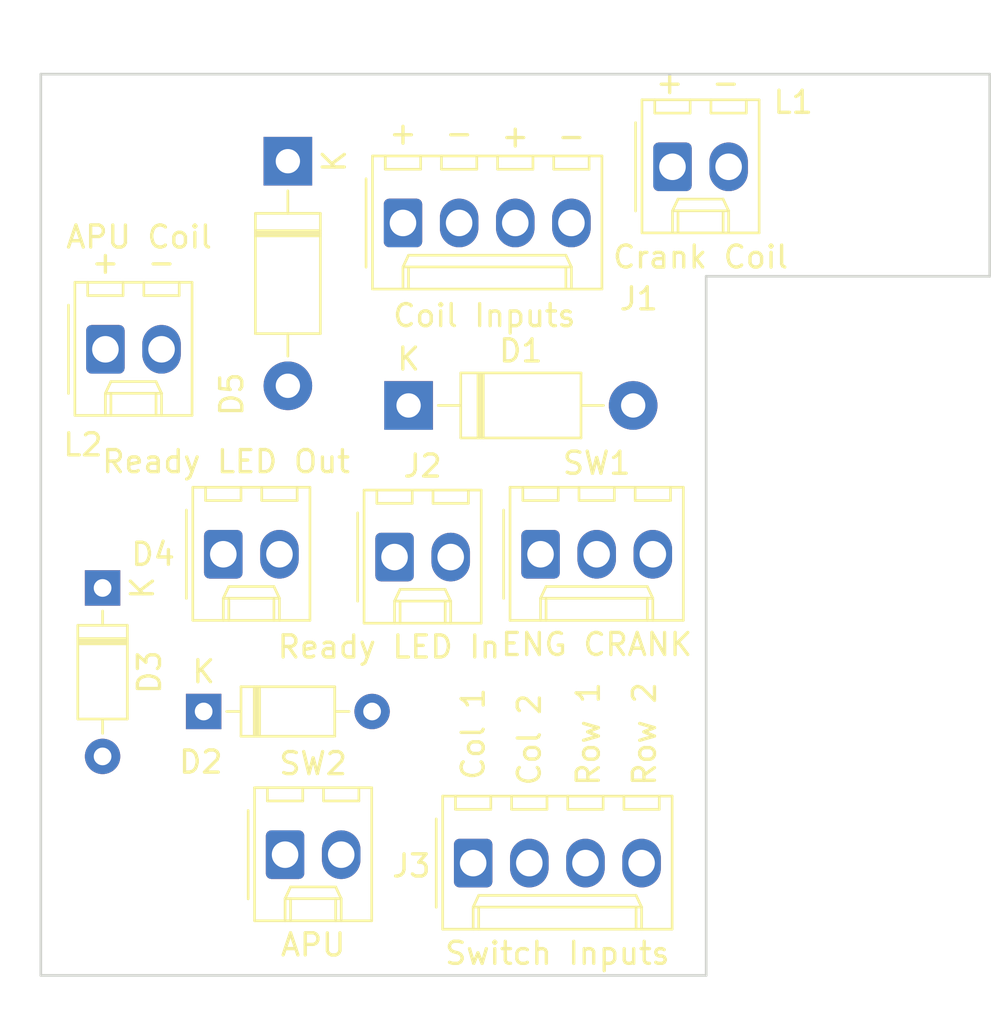
<source format=kicad_pcb>
(kicad_pcb (version 20171130) (host pcbnew "(5.1.5-0-10_14)")

  (general
    (thickness 1.6)
    (drawings 18)
    (tracks 0)
    (zones 0)
    (modules 15)
    (nets 13)
  )

  (page A4)
  (layers
    (0 F.Cu signal)
    (31 B.Cu signal)
    (32 B.Adhes user)
    (33 F.Adhes user)
    (34 B.Paste user)
    (35 F.Paste user)
    (36 B.SilkS user)
    (37 F.SilkS user)
    (38 B.Mask user)
    (39 F.Mask user)
    (40 Dwgs.User user)
    (41 Cmts.User user)
    (42 Eco1.User user)
    (43 Eco2.User user)
    (44 Edge.Cuts user)
    (45 Margin user)
    (46 B.CrtYd user)
    (47 F.CrtYd user)
    (48 B.Fab user)
    (49 F.Fab user)
  )

  (setup
    (last_trace_width 0.25)
    (trace_clearance 0.2)
    (zone_clearance 0.508)
    (zone_45_only no)
    (trace_min 0.2)
    (via_size 0.8)
    (via_drill 0.4)
    (via_min_size 0.4)
    (via_min_drill 0.3)
    (uvia_size 0.3)
    (uvia_drill 0.1)
    (uvias_allowed no)
    (uvia_min_size 0.2)
    (uvia_min_drill 0.1)
    (edge_width 0.05)
    (segment_width 0.2)
    (pcb_text_width 0.3)
    (pcb_text_size 1.5 1.5)
    (mod_edge_width 0.12)
    (mod_text_size 1 1)
    (mod_text_width 0.15)
    (pad_size 1.524 1.524)
    (pad_drill 0.762)
    (pad_to_mask_clearance 0.051)
    (solder_mask_min_width 0.25)
    (aux_axis_origin 0 0)
    (visible_elements FFFFFF7F)
    (pcbplotparams
      (layerselection 0x010fc_ffffffff)
      (usegerberextensions false)
      (usegerberattributes false)
      (usegerberadvancedattributes false)
      (creategerberjobfile false)
      (excludeedgelayer true)
      (linewidth 0.100000)
      (plotframeref false)
      (viasonmask false)
      (mode 1)
      (useauxorigin false)
      (hpglpennumber 1)
      (hpglpenspeed 20)
      (hpglpendiameter 15.000000)
      (psnegative false)
      (psa4output false)
      (plotreference true)
      (plotvalue true)
      (plotinvisibletext false)
      (padsonsilk false)
      (subtractmaskfromsilk false)
      (outputformat 1)
      (mirror false)
      (drillshape 0)
      (scaleselection 1)
      (outputdirectory ""))
  )

  (net 0 "")
  (net 1 "Net-(D1-Pad2)")
  (net 2 "Net-(D1-Pad1)")
  (net 3 /Col1)
  (net 4 "Net-(D2-Pad1)")
  (net 5 /Col2)
  (net 6 "Net-(D3-Pad1)")
  (net 7 "Net-(D4-Pad2)")
  (net 8 "Net-(D4-Pad1)")
  (net 9 "Net-(D5-Pad2)")
  (net 10 "Net-(D5-Pad1)")
  (net 11 /Row2)
  (net 12 /Row1)

  (net_class Default "This is the default net class."
    (clearance 0.2)
    (trace_width 0.25)
    (via_dia 0.8)
    (via_drill 0.4)
    (uvia_dia 0.3)
    (uvia_drill 0.1)
    (add_net /Col1)
    (add_net /Col2)
    (add_net /Row1)
    (add_net /Row2)
    (add_net "Net-(D1-Pad1)")
    (add_net "Net-(D1-Pad2)")
    (add_net "Net-(D2-Pad1)")
    (add_net "Net-(D3-Pad1)")
    (add_net "Net-(D4-Pad1)")
    (add_net "Net-(D4-Pad2)")
    (add_net "Net-(D5-Pad1)")
    (add_net "Net-(D5-Pad2)")
  )

  (module PT_Library_v001:Molex_1x02_P2.54mm_Vertical (layer F.Cu) (tedit 5B78013E) (tstamp 604926BA)
    (at 149.225 79.375)
    (descr "Molex KK-254 Interconnect System, old/engineering part number: AE-6410-02A example for new part number: 22-27-2021, 2 Pins (http://www.molex.com/pdm_docs/sd/022272021_sd.pdf), generated with kicad-footprint-generator")
    (tags "connector Molex KK-254 side entry")
    (path /5FC61E34)
    (fp_text reference SW2 (at 1.27 -4.12) (layer F.SilkS)
      (effects (font (size 1 1) (thickness 0.15)))
    )
    (fp_text value APU (at 1.27 4.08) (layer F.SilkS)
      (effects (font (size 1 1) (thickness 0.15)))
    )
    (fp_text user %R (at 1.27 -2.22) (layer F.Fab)
      (effects (font (size 1 1) (thickness 0.15)))
    )
    (fp_line (start 4.31 -3.42) (end -1.77 -3.42) (layer F.CrtYd) (width 0.05))
    (fp_line (start 4.31 3.38) (end 4.31 -3.42) (layer F.CrtYd) (width 0.05))
    (fp_line (start -1.77 3.38) (end 4.31 3.38) (layer F.CrtYd) (width 0.05))
    (fp_line (start -1.77 -3.42) (end -1.77 3.38) (layer F.CrtYd) (width 0.05))
    (fp_line (start 3.34 -2.43) (end 3.34 -3.03) (layer F.SilkS) (width 0.12))
    (fp_line (start 1.74 -2.43) (end 3.34 -2.43) (layer F.SilkS) (width 0.12))
    (fp_line (start 1.74 -3.03) (end 1.74 -2.43) (layer F.SilkS) (width 0.12))
    (fp_line (start 0.8 -2.43) (end 0.8 -3.03) (layer F.SilkS) (width 0.12))
    (fp_line (start -0.8 -2.43) (end 0.8 -2.43) (layer F.SilkS) (width 0.12))
    (fp_line (start -0.8 -3.03) (end -0.8 -2.43) (layer F.SilkS) (width 0.12))
    (fp_line (start 2.29 2.99) (end 2.29 1.99) (layer F.SilkS) (width 0.12))
    (fp_line (start 0.25 2.99) (end 0.25 1.99) (layer F.SilkS) (width 0.12))
    (fp_line (start 2.29 1.46) (end 2.54 1.99) (layer F.SilkS) (width 0.12))
    (fp_line (start 0.25 1.46) (end 2.29 1.46) (layer F.SilkS) (width 0.12))
    (fp_line (start 0 1.99) (end 0.25 1.46) (layer F.SilkS) (width 0.12))
    (fp_line (start 2.54 1.99) (end 2.54 2.99) (layer F.SilkS) (width 0.12))
    (fp_line (start 0 1.99) (end 2.54 1.99) (layer F.SilkS) (width 0.12))
    (fp_line (start 0 2.99) (end 0 1.99) (layer F.SilkS) (width 0.12))
    (fp_line (start -0.562893 0) (end -1.27 0.5) (layer F.Fab) (width 0.1))
    (fp_line (start -1.27 -0.5) (end -0.562893 0) (layer F.Fab) (width 0.1))
    (fp_line (start -1.67 -2) (end -1.67 2) (layer F.SilkS) (width 0.12))
    (fp_line (start 3.92 -3.03) (end -1.38 -3.03) (layer F.SilkS) (width 0.12))
    (fp_line (start 3.92 2.99) (end 3.92 -3.03) (layer F.SilkS) (width 0.12))
    (fp_line (start -1.38 2.99) (end 3.92 2.99) (layer F.SilkS) (width 0.12))
    (fp_line (start -1.38 -3.03) (end -1.38 2.99) (layer F.SilkS) (width 0.12))
    (fp_line (start 3.81 -2.92) (end -1.27 -2.92) (layer F.Fab) (width 0.1))
    (fp_line (start 3.81 2.88) (end 3.81 -2.92) (layer F.Fab) (width 0.1))
    (fp_line (start -1.27 2.88) (end 3.81 2.88) (layer F.Fab) (width 0.1))
    (fp_line (start -1.27 -2.92) (end -1.27 2.88) (layer F.Fab) (width 0.1))
    (pad 2 thru_hole oval (at 2.54 0) (size 1.74 2.2) (drill 1.2) (layers *.Cu *.Mask)
      (net 12 /Row1))
    (pad 1 thru_hole roundrect (at 0 0) (size 1.74 2.2) (drill 1.2) (layers *.Cu *.Mask) (roundrect_rratio 0.143678)
      (net 6 "Net-(D3-Pad1)"))
    (model ${KISYS3DMOD}/Connector_Molex.3dshapes/Molex_KK-254_AE-6410-02A_1x02_P2.54mm_Vertical.wrl
      (at (xyz 0 0 0))
      (scale (xyz 1 1 1))
      (rotate (xyz 0 0 0))
    )
  )

  (module PT_Library_v001:Molex_1x03_P2.54mm_Vertical (layer F.Cu) (tedit 5B78013E) (tstamp 60495CA6)
    (at 160.782 65.786)
    (descr "Molex KK-254 Interconnect System, old/engineering part number: AE-6410-03A example for new part number: 22-27-2031, 3 Pins (http://www.molex.com/pdm_docs/sd/022272021_sd.pdf), generated with kicad-footprint-generator")
    (tags "connector Molex KK-254 side entry")
    (path /5FC1E955)
    (fp_text reference SW1 (at 2.54 -4.12) (layer F.SilkS)
      (effects (font (size 1 1) (thickness 0.15)))
    )
    (fp_text value "ENG CRANK" (at 2.54 4.08) (layer F.SilkS)
      (effects (font (size 1 1) (thickness 0.15)))
    )
    (fp_text user %R (at 2.54 -2.22) (layer F.Fab)
      (effects (font (size 1 1) (thickness 0.15)))
    )
    (fp_line (start 6.85 -3.42) (end -1.77 -3.42) (layer F.CrtYd) (width 0.05))
    (fp_line (start 6.85 3.38) (end 6.85 -3.42) (layer F.CrtYd) (width 0.05))
    (fp_line (start -1.77 3.38) (end 6.85 3.38) (layer F.CrtYd) (width 0.05))
    (fp_line (start -1.77 -3.42) (end -1.77 3.38) (layer F.CrtYd) (width 0.05))
    (fp_line (start 5.88 -2.43) (end 5.88 -3.03) (layer F.SilkS) (width 0.12))
    (fp_line (start 4.28 -2.43) (end 5.88 -2.43) (layer F.SilkS) (width 0.12))
    (fp_line (start 4.28 -3.03) (end 4.28 -2.43) (layer F.SilkS) (width 0.12))
    (fp_line (start 3.34 -2.43) (end 3.34 -3.03) (layer F.SilkS) (width 0.12))
    (fp_line (start 1.74 -2.43) (end 3.34 -2.43) (layer F.SilkS) (width 0.12))
    (fp_line (start 1.74 -3.03) (end 1.74 -2.43) (layer F.SilkS) (width 0.12))
    (fp_line (start 0.8 -2.43) (end 0.8 -3.03) (layer F.SilkS) (width 0.12))
    (fp_line (start -0.8 -2.43) (end 0.8 -2.43) (layer F.SilkS) (width 0.12))
    (fp_line (start -0.8 -3.03) (end -0.8 -2.43) (layer F.SilkS) (width 0.12))
    (fp_line (start 4.83 2.99) (end 4.83 1.99) (layer F.SilkS) (width 0.12))
    (fp_line (start 0.25 2.99) (end 0.25 1.99) (layer F.SilkS) (width 0.12))
    (fp_line (start 4.83 1.46) (end 5.08 1.99) (layer F.SilkS) (width 0.12))
    (fp_line (start 0.25 1.46) (end 4.83 1.46) (layer F.SilkS) (width 0.12))
    (fp_line (start 0 1.99) (end 0.25 1.46) (layer F.SilkS) (width 0.12))
    (fp_line (start 5.08 1.99) (end 5.08 2.99) (layer F.SilkS) (width 0.12))
    (fp_line (start 0 1.99) (end 5.08 1.99) (layer F.SilkS) (width 0.12))
    (fp_line (start 0 2.99) (end 0 1.99) (layer F.SilkS) (width 0.12))
    (fp_line (start -0.562893 0) (end -1.27 0.5) (layer F.Fab) (width 0.1))
    (fp_line (start -1.27 -0.5) (end -0.562893 0) (layer F.Fab) (width 0.1))
    (fp_line (start -1.67 -2) (end -1.67 2) (layer F.SilkS) (width 0.12))
    (fp_line (start 6.46 -3.03) (end -1.38 -3.03) (layer F.SilkS) (width 0.12))
    (fp_line (start 6.46 2.99) (end 6.46 -3.03) (layer F.SilkS) (width 0.12))
    (fp_line (start -1.38 2.99) (end 6.46 2.99) (layer F.SilkS) (width 0.12))
    (fp_line (start -1.38 -3.03) (end -1.38 2.99) (layer F.SilkS) (width 0.12))
    (fp_line (start 6.35 -2.92) (end -1.27 -2.92) (layer F.Fab) (width 0.1))
    (fp_line (start 6.35 2.88) (end 6.35 -2.92) (layer F.Fab) (width 0.1))
    (fp_line (start -1.27 2.88) (end 6.35 2.88) (layer F.Fab) (width 0.1))
    (fp_line (start -1.27 -2.92) (end -1.27 2.88) (layer F.Fab) (width 0.1))
    (pad 3 thru_hole oval (at 5.08 0) (size 1.74 2.2) (drill 1.2) (layers *.Cu *.Mask)
      (net 11 /Row2))
    (pad 2 thru_hole oval (at 2.54 0) (size 1.74 2.2) (drill 1.2) (layers *.Cu *.Mask)
      (net 4 "Net-(D2-Pad1)"))
    (pad 1 thru_hole roundrect (at 0 0) (size 1.74 2.2) (drill 1.2) (layers *.Cu *.Mask) (roundrect_rratio 0.143678)
      (net 12 /Row1))
    (model ${KISYS3DMOD}/Connector_Molex.3dshapes/Molex_KK-254_AE-6410-03A_1x03_P2.54mm_Vertical.wrl
      (at (xyz 0 0 0))
      (scale (xyz 1 1 1))
      (rotate (xyz 0 0 0))
    )
  )

  (module PT_Library_v001:Molex_1x02_P2.54mm_Vertical (layer F.Cu) (tedit 5B78013E) (tstamp 6049266E)
    (at 141.097 56.515)
    (descr "Molex KK-254 Interconnect System, old/engineering part number: AE-6410-02A example for new part number: 22-27-2021, 2 Pins (http://www.molex.com/pdm_docs/sd/022272021_sd.pdf), generated with kicad-footprint-generator")
    (tags "connector Molex KK-254 side entry")
    (path /5FCA743C)
    (fp_text reference L2 (at -1.016 4.318) (layer F.SilkS)
      (effects (font (size 1 1) (thickness 0.15)))
    )
    (fp_text value "APU Coil" (at 1.524 -5.08) (layer F.SilkS)
      (effects (font (size 1 1) (thickness 0.15)))
    )
    (fp_text user %R (at 1.27 -2.22) (layer F.Fab)
      (effects (font (size 1 1) (thickness 0.15)))
    )
    (fp_line (start 4.31 -3.42) (end -1.77 -3.42) (layer F.CrtYd) (width 0.05))
    (fp_line (start 4.31 3.38) (end 4.31 -3.42) (layer F.CrtYd) (width 0.05))
    (fp_line (start -1.77 3.38) (end 4.31 3.38) (layer F.CrtYd) (width 0.05))
    (fp_line (start -1.77 -3.42) (end -1.77 3.38) (layer F.CrtYd) (width 0.05))
    (fp_line (start 3.34 -2.43) (end 3.34 -3.03) (layer F.SilkS) (width 0.12))
    (fp_line (start 1.74 -2.43) (end 3.34 -2.43) (layer F.SilkS) (width 0.12))
    (fp_line (start 1.74 -3.03) (end 1.74 -2.43) (layer F.SilkS) (width 0.12))
    (fp_line (start 0.8 -2.43) (end 0.8 -3.03) (layer F.SilkS) (width 0.12))
    (fp_line (start -0.8 -2.43) (end 0.8 -2.43) (layer F.SilkS) (width 0.12))
    (fp_line (start -0.8 -3.03) (end -0.8 -2.43) (layer F.SilkS) (width 0.12))
    (fp_line (start 2.29 2.99) (end 2.29 1.99) (layer F.SilkS) (width 0.12))
    (fp_line (start 0.25 2.99) (end 0.25 1.99) (layer F.SilkS) (width 0.12))
    (fp_line (start 2.29 1.46) (end 2.54 1.99) (layer F.SilkS) (width 0.12))
    (fp_line (start 0.25 1.46) (end 2.29 1.46) (layer F.SilkS) (width 0.12))
    (fp_line (start 0 1.99) (end 0.25 1.46) (layer F.SilkS) (width 0.12))
    (fp_line (start 2.54 1.99) (end 2.54 2.99) (layer F.SilkS) (width 0.12))
    (fp_line (start 0 1.99) (end 2.54 1.99) (layer F.SilkS) (width 0.12))
    (fp_line (start 0 2.99) (end 0 1.99) (layer F.SilkS) (width 0.12))
    (fp_line (start -0.562893 0) (end -1.27 0.5) (layer F.Fab) (width 0.1))
    (fp_line (start -1.27 -0.5) (end -0.562893 0) (layer F.Fab) (width 0.1))
    (fp_line (start -1.67 -2) (end -1.67 2) (layer F.SilkS) (width 0.12))
    (fp_line (start 3.92 -3.03) (end -1.38 -3.03) (layer F.SilkS) (width 0.12))
    (fp_line (start 3.92 2.99) (end 3.92 -3.03) (layer F.SilkS) (width 0.12))
    (fp_line (start -1.38 2.99) (end 3.92 2.99) (layer F.SilkS) (width 0.12))
    (fp_line (start -1.38 -3.03) (end -1.38 2.99) (layer F.SilkS) (width 0.12))
    (fp_line (start 3.81 -2.92) (end -1.27 -2.92) (layer F.Fab) (width 0.1))
    (fp_line (start 3.81 2.88) (end 3.81 -2.92) (layer F.Fab) (width 0.1))
    (fp_line (start -1.27 2.88) (end 3.81 2.88) (layer F.Fab) (width 0.1))
    (fp_line (start -1.27 -2.92) (end -1.27 2.88) (layer F.Fab) (width 0.1))
    (pad 2 thru_hole oval (at 2.54 0) (size 1.74 2.2) (drill 1.2) (layers *.Cu *.Mask)
      (net 9 "Net-(D5-Pad2)"))
    (pad 1 thru_hole roundrect (at 0 0) (size 1.74 2.2) (drill 1.2) (layers *.Cu *.Mask) (roundrect_rratio 0.143678)
      (net 10 "Net-(D5-Pad1)"))
    (model ${KISYS3DMOD}/Connector_Molex.3dshapes/Molex_KK-254_AE-6410-02A_1x02_P2.54mm_Vertical.wrl
      (at (xyz 0 0 0))
      (scale (xyz 1 1 1))
      (rotate (xyz 0 0 0))
    )
  )

  (module PT_Library_v001:Molex_1x02_P2.54mm_Vertical (layer F.Cu) (tedit 5B78013E) (tstamp 6049264A)
    (at 166.751 48.26)
    (descr "Molex KK-254 Interconnect System, old/engineering part number: AE-6410-02A example for new part number: 22-27-2021, 2 Pins (http://www.molex.com/pdm_docs/sd/022272021_sd.pdf), generated with kicad-footprint-generator")
    (tags "connector Molex KK-254 side entry")
    (path /5FCAC0F9)
    (fp_text reference L1 (at 5.461 -2.921) (layer F.SilkS)
      (effects (font (size 1 1) (thickness 0.15)))
    )
    (fp_text value "Crank Coil" (at 1.27 4.08) (layer F.SilkS)
      (effects (font (size 1 1) (thickness 0.15)))
    )
    (fp_text user %R (at 1.27 -2.22) (layer F.Fab)
      (effects (font (size 1 1) (thickness 0.15)))
    )
    (fp_line (start 4.31 -3.42) (end -1.77 -3.42) (layer F.CrtYd) (width 0.05))
    (fp_line (start 4.31 3.38) (end 4.31 -3.42) (layer F.CrtYd) (width 0.05))
    (fp_line (start -1.77 3.38) (end 4.31 3.38) (layer F.CrtYd) (width 0.05))
    (fp_line (start -1.77 -3.42) (end -1.77 3.38) (layer F.CrtYd) (width 0.05))
    (fp_line (start 3.34 -2.43) (end 3.34 -3.03) (layer F.SilkS) (width 0.12))
    (fp_line (start 1.74 -2.43) (end 3.34 -2.43) (layer F.SilkS) (width 0.12))
    (fp_line (start 1.74 -3.03) (end 1.74 -2.43) (layer F.SilkS) (width 0.12))
    (fp_line (start 0.8 -2.43) (end 0.8 -3.03) (layer F.SilkS) (width 0.12))
    (fp_line (start -0.8 -2.43) (end 0.8 -2.43) (layer F.SilkS) (width 0.12))
    (fp_line (start -0.8 -3.03) (end -0.8 -2.43) (layer F.SilkS) (width 0.12))
    (fp_line (start 2.29 2.99) (end 2.29 1.99) (layer F.SilkS) (width 0.12))
    (fp_line (start 0.25 2.99) (end 0.25 1.99) (layer F.SilkS) (width 0.12))
    (fp_line (start 2.29 1.46) (end 2.54 1.99) (layer F.SilkS) (width 0.12))
    (fp_line (start 0.25 1.46) (end 2.29 1.46) (layer F.SilkS) (width 0.12))
    (fp_line (start 0 1.99) (end 0.25 1.46) (layer F.SilkS) (width 0.12))
    (fp_line (start 2.54 1.99) (end 2.54 2.99) (layer F.SilkS) (width 0.12))
    (fp_line (start 0 1.99) (end 2.54 1.99) (layer F.SilkS) (width 0.12))
    (fp_line (start 0 2.99) (end 0 1.99) (layer F.SilkS) (width 0.12))
    (fp_line (start -0.562893 0) (end -1.27 0.5) (layer F.Fab) (width 0.1))
    (fp_line (start -1.27 -0.5) (end -0.562893 0) (layer F.Fab) (width 0.1))
    (fp_line (start -1.67 -2) (end -1.67 2) (layer F.SilkS) (width 0.12))
    (fp_line (start 3.92 -3.03) (end -1.38 -3.03) (layer F.SilkS) (width 0.12))
    (fp_line (start 3.92 2.99) (end 3.92 -3.03) (layer F.SilkS) (width 0.12))
    (fp_line (start -1.38 2.99) (end 3.92 2.99) (layer F.SilkS) (width 0.12))
    (fp_line (start -1.38 -3.03) (end -1.38 2.99) (layer F.SilkS) (width 0.12))
    (fp_line (start 3.81 -2.92) (end -1.27 -2.92) (layer F.Fab) (width 0.1))
    (fp_line (start 3.81 2.88) (end 3.81 -2.92) (layer F.Fab) (width 0.1))
    (fp_line (start -1.27 2.88) (end 3.81 2.88) (layer F.Fab) (width 0.1))
    (fp_line (start -1.27 -2.92) (end -1.27 2.88) (layer F.Fab) (width 0.1))
    (pad 2 thru_hole oval (at 2.54 0) (size 1.74 2.2) (drill 1.2) (layers *.Cu *.Mask)
      (net 1 "Net-(D1-Pad2)"))
    (pad 1 thru_hole roundrect (at 0 0) (size 1.74 2.2) (drill 1.2) (layers *.Cu *.Mask) (roundrect_rratio 0.143678)
      (net 2 "Net-(D1-Pad1)"))
    (model ${KISYS3DMOD}/Connector_Molex.3dshapes/Molex_KK-254_AE-6410-02A_1x02_P2.54mm_Vertical.wrl
      (at (xyz 0 0 0))
      (scale (xyz 1 1 1))
      (rotate (xyz 0 0 0))
    )
  )

  (module PT_Library_v001:Molex_1x04_P2.54mm_Vertical (layer F.Cu) (tedit 5B78013E) (tstamp 60492626)
    (at 157.734 79.756)
    (descr "Molex KK-254 Interconnect System, old/engineering part number: AE-6410-04A example for new part number: 22-27-2041, 4 Pins (http://www.molex.com/pdm_docs/sd/022272021_sd.pdf), generated with kicad-footprint-generator")
    (tags "connector Molex KK-254 side entry")
    (path /5FC98150)
    (fp_text reference J3 (at -2.794 0.127) (layer F.SilkS)
      (effects (font (size 1 1) (thickness 0.15)))
    )
    (fp_text value "Switch Inputs" (at 3.81 4.08) (layer F.SilkS)
      (effects (font (size 1 1) (thickness 0.15)))
    )
    (fp_text user %R (at 3.81 -2.22) (layer F.Fab)
      (effects (font (size 1 1) (thickness 0.15)))
    )
    (fp_line (start 9.39 -3.42) (end -1.77 -3.42) (layer F.CrtYd) (width 0.05))
    (fp_line (start 9.39 3.38) (end 9.39 -3.42) (layer F.CrtYd) (width 0.05))
    (fp_line (start -1.77 3.38) (end 9.39 3.38) (layer F.CrtYd) (width 0.05))
    (fp_line (start -1.77 -3.42) (end -1.77 3.38) (layer F.CrtYd) (width 0.05))
    (fp_line (start 8.42 -2.43) (end 8.42 -3.03) (layer F.SilkS) (width 0.12))
    (fp_line (start 6.82 -2.43) (end 8.42 -2.43) (layer F.SilkS) (width 0.12))
    (fp_line (start 6.82 -3.03) (end 6.82 -2.43) (layer F.SilkS) (width 0.12))
    (fp_line (start 5.88 -2.43) (end 5.88 -3.03) (layer F.SilkS) (width 0.12))
    (fp_line (start 4.28 -2.43) (end 5.88 -2.43) (layer F.SilkS) (width 0.12))
    (fp_line (start 4.28 -3.03) (end 4.28 -2.43) (layer F.SilkS) (width 0.12))
    (fp_line (start 3.34 -2.43) (end 3.34 -3.03) (layer F.SilkS) (width 0.12))
    (fp_line (start 1.74 -2.43) (end 3.34 -2.43) (layer F.SilkS) (width 0.12))
    (fp_line (start 1.74 -3.03) (end 1.74 -2.43) (layer F.SilkS) (width 0.12))
    (fp_line (start 0.8 -2.43) (end 0.8 -3.03) (layer F.SilkS) (width 0.12))
    (fp_line (start -0.8 -2.43) (end 0.8 -2.43) (layer F.SilkS) (width 0.12))
    (fp_line (start -0.8 -3.03) (end -0.8 -2.43) (layer F.SilkS) (width 0.12))
    (fp_line (start 7.37 2.99) (end 7.37 1.99) (layer F.SilkS) (width 0.12))
    (fp_line (start 0.25 2.99) (end 0.25 1.99) (layer F.SilkS) (width 0.12))
    (fp_line (start 7.37 1.46) (end 7.62 1.99) (layer F.SilkS) (width 0.12))
    (fp_line (start 0.25 1.46) (end 7.37 1.46) (layer F.SilkS) (width 0.12))
    (fp_line (start 0 1.99) (end 0.25 1.46) (layer F.SilkS) (width 0.12))
    (fp_line (start 7.62 1.99) (end 7.62 2.99) (layer F.SilkS) (width 0.12))
    (fp_line (start 0 1.99) (end 7.62 1.99) (layer F.SilkS) (width 0.12))
    (fp_line (start 0 2.99) (end 0 1.99) (layer F.SilkS) (width 0.12))
    (fp_line (start -0.562893 0) (end -1.27 0.5) (layer F.Fab) (width 0.1))
    (fp_line (start -1.27 -0.5) (end -0.562893 0) (layer F.Fab) (width 0.1))
    (fp_line (start -1.67 -2) (end -1.67 2) (layer F.SilkS) (width 0.12))
    (fp_line (start 9 -3.03) (end -1.38 -3.03) (layer F.SilkS) (width 0.12))
    (fp_line (start 9 2.99) (end 9 -3.03) (layer F.SilkS) (width 0.12))
    (fp_line (start -1.38 2.99) (end 9 2.99) (layer F.SilkS) (width 0.12))
    (fp_line (start -1.38 -3.03) (end -1.38 2.99) (layer F.SilkS) (width 0.12))
    (fp_line (start 8.89 -2.92) (end -1.27 -2.92) (layer F.Fab) (width 0.1))
    (fp_line (start 8.89 2.88) (end 8.89 -2.92) (layer F.Fab) (width 0.1))
    (fp_line (start -1.27 2.88) (end 8.89 2.88) (layer F.Fab) (width 0.1))
    (fp_line (start -1.27 -2.92) (end -1.27 2.88) (layer F.Fab) (width 0.1))
    (pad 4 thru_hole oval (at 7.62 0) (size 1.74 2.2) (drill 1.2) (layers *.Cu *.Mask)
      (net 11 /Row2))
    (pad 3 thru_hole oval (at 5.08 0) (size 1.74 2.2) (drill 1.2) (layers *.Cu *.Mask)
      (net 12 /Row1))
    (pad 2 thru_hole oval (at 2.54 0) (size 1.74 2.2) (drill 1.2) (layers *.Cu *.Mask)
      (net 5 /Col2))
    (pad 1 thru_hole roundrect (at 0 0) (size 1.74 2.2) (drill 1.2) (layers *.Cu *.Mask) (roundrect_rratio 0.143678)
      (net 3 /Col1))
    (model ${KISYS3DMOD}/Connector_Molex.3dshapes/Molex_KK-254_AE-6410-04A_1x04_P2.54mm_Vertical.wrl
      (at (xyz 0 0 0))
      (scale (xyz 1 1 1))
      (rotate (xyz 0 0 0))
    )
  )

  (module PT_Library_v001:Molex_1x02_P2.54mm_Vertical (layer F.Cu) (tedit 5B78013E) (tstamp 604925FA)
    (at 154.178 65.913)
    (descr "Molex KK-254 Interconnect System, old/engineering part number: AE-6410-02A example for new part number: 22-27-2021, 2 Pins (http://www.molex.com/pdm_docs/sd/022272021_sd.pdf), generated with kicad-footprint-generator")
    (tags "connector Molex KK-254 side entry")
    (path /5FC9A137)
    (fp_text reference J2 (at 1.27 -4.12) (layer F.SilkS)
      (effects (font (size 1 1) (thickness 0.15)))
    )
    (fp_text value "Ready LED In" (at -0.254 4.064) (layer F.SilkS)
      (effects (font (size 1 1) (thickness 0.15)))
    )
    (fp_text user %R (at 1.27 -2.22) (layer F.Fab)
      (effects (font (size 1 1) (thickness 0.15)))
    )
    (fp_line (start 4.31 -3.42) (end -1.77 -3.42) (layer F.CrtYd) (width 0.05))
    (fp_line (start 4.31 3.38) (end 4.31 -3.42) (layer F.CrtYd) (width 0.05))
    (fp_line (start -1.77 3.38) (end 4.31 3.38) (layer F.CrtYd) (width 0.05))
    (fp_line (start -1.77 -3.42) (end -1.77 3.38) (layer F.CrtYd) (width 0.05))
    (fp_line (start 3.34 -2.43) (end 3.34 -3.03) (layer F.SilkS) (width 0.12))
    (fp_line (start 1.74 -2.43) (end 3.34 -2.43) (layer F.SilkS) (width 0.12))
    (fp_line (start 1.74 -3.03) (end 1.74 -2.43) (layer F.SilkS) (width 0.12))
    (fp_line (start 0.8 -2.43) (end 0.8 -3.03) (layer F.SilkS) (width 0.12))
    (fp_line (start -0.8 -2.43) (end 0.8 -2.43) (layer F.SilkS) (width 0.12))
    (fp_line (start -0.8 -3.03) (end -0.8 -2.43) (layer F.SilkS) (width 0.12))
    (fp_line (start 2.29 2.99) (end 2.29 1.99) (layer F.SilkS) (width 0.12))
    (fp_line (start 0.25 2.99) (end 0.25 1.99) (layer F.SilkS) (width 0.12))
    (fp_line (start 2.29 1.46) (end 2.54 1.99) (layer F.SilkS) (width 0.12))
    (fp_line (start 0.25 1.46) (end 2.29 1.46) (layer F.SilkS) (width 0.12))
    (fp_line (start 0 1.99) (end 0.25 1.46) (layer F.SilkS) (width 0.12))
    (fp_line (start 2.54 1.99) (end 2.54 2.99) (layer F.SilkS) (width 0.12))
    (fp_line (start 0 1.99) (end 2.54 1.99) (layer F.SilkS) (width 0.12))
    (fp_line (start 0 2.99) (end 0 1.99) (layer F.SilkS) (width 0.12))
    (fp_line (start -0.562893 0) (end -1.27 0.5) (layer F.Fab) (width 0.1))
    (fp_line (start -1.27 -0.5) (end -0.562893 0) (layer F.Fab) (width 0.1))
    (fp_line (start -1.67 -2) (end -1.67 2) (layer F.SilkS) (width 0.12))
    (fp_line (start 3.92 -3.03) (end -1.38 -3.03) (layer F.SilkS) (width 0.12))
    (fp_line (start 3.92 2.99) (end 3.92 -3.03) (layer F.SilkS) (width 0.12))
    (fp_line (start -1.38 2.99) (end 3.92 2.99) (layer F.SilkS) (width 0.12))
    (fp_line (start -1.38 -3.03) (end -1.38 2.99) (layer F.SilkS) (width 0.12))
    (fp_line (start 3.81 -2.92) (end -1.27 -2.92) (layer F.Fab) (width 0.1))
    (fp_line (start 3.81 2.88) (end 3.81 -2.92) (layer F.Fab) (width 0.1))
    (fp_line (start -1.27 2.88) (end 3.81 2.88) (layer F.Fab) (width 0.1))
    (fp_line (start -1.27 -2.92) (end -1.27 2.88) (layer F.Fab) (width 0.1))
    (pad 2 thru_hole oval (at 2.54 0) (size 1.74 2.2) (drill 1.2) (layers *.Cu *.Mask)
      (net 8 "Net-(D4-Pad1)"))
    (pad 1 thru_hole roundrect (at 0 0) (size 1.74 2.2) (drill 1.2) (layers *.Cu *.Mask) (roundrect_rratio 0.143678)
      (net 7 "Net-(D4-Pad2)"))
    (model ${KISYS3DMOD}/Connector_Molex.3dshapes/Molex_KK-254_AE-6410-02A_1x02_P2.54mm_Vertical.wrl
      (at (xyz 0 0 0))
      (scale (xyz 1 1 1))
      (rotate (xyz 0 0 0))
    )
  )

  (module PT_Library_v001:Molex_1x04_P2.54mm_Vertical (layer F.Cu) (tedit 5B78013E) (tstamp 604925D6)
    (at 154.559 50.8)
    (descr "Molex KK-254 Interconnect System, old/engineering part number: AE-6410-04A example for new part number: 22-27-2041, 4 Pins (http://www.molex.com/pdm_docs/sd/022272021_sd.pdf), generated with kicad-footprint-generator")
    (tags "connector Molex KK-254 side entry")
    (path /6049B816)
    (fp_text reference J1 (at 10.668 3.429) (layer F.SilkS)
      (effects (font (size 1 1) (thickness 0.15)))
    )
    (fp_text value "Coil Inputs" (at 3.683 4.191) (layer F.SilkS)
      (effects (font (size 1 1) (thickness 0.15)))
    )
    (fp_text user %R (at 3.81 -2.22) (layer F.Fab)
      (effects (font (size 1 1) (thickness 0.15)))
    )
    (fp_line (start 9.39 -3.42) (end -1.77 -3.42) (layer F.CrtYd) (width 0.05))
    (fp_line (start 9.39 3.38) (end 9.39 -3.42) (layer F.CrtYd) (width 0.05))
    (fp_line (start -1.77 3.38) (end 9.39 3.38) (layer F.CrtYd) (width 0.05))
    (fp_line (start -1.77 -3.42) (end -1.77 3.38) (layer F.CrtYd) (width 0.05))
    (fp_line (start 8.42 -2.43) (end 8.42 -3.03) (layer F.SilkS) (width 0.12))
    (fp_line (start 6.82 -2.43) (end 8.42 -2.43) (layer F.SilkS) (width 0.12))
    (fp_line (start 6.82 -3.03) (end 6.82 -2.43) (layer F.SilkS) (width 0.12))
    (fp_line (start 5.88 -2.43) (end 5.88 -3.03) (layer F.SilkS) (width 0.12))
    (fp_line (start 4.28 -2.43) (end 5.88 -2.43) (layer F.SilkS) (width 0.12))
    (fp_line (start 4.28 -3.03) (end 4.28 -2.43) (layer F.SilkS) (width 0.12))
    (fp_line (start 3.34 -2.43) (end 3.34 -3.03) (layer F.SilkS) (width 0.12))
    (fp_line (start 1.74 -2.43) (end 3.34 -2.43) (layer F.SilkS) (width 0.12))
    (fp_line (start 1.74 -3.03) (end 1.74 -2.43) (layer F.SilkS) (width 0.12))
    (fp_line (start 0.8 -2.43) (end 0.8 -3.03) (layer F.SilkS) (width 0.12))
    (fp_line (start -0.8 -2.43) (end 0.8 -2.43) (layer F.SilkS) (width 0.12))
    (fp_line (start -0.8 -3.03) (end -0.8 -2.43) (layer F.SilkS) (width 0.12))
    (fp_line (start 7.37 2.99) (end 7.37 1.99) (layer F.SilkS) (width 0.12))
    (fp_line (start 0.25 2.99) (end 0.25 1.99) (layer F.SilkS) (width 0.12))
    (fp_line (start 7.37 1.46) (end 7.62 1.99) (layer F.SilkS) (width 0.12))
    (fp_line (start 0.25 1.46) (end 7.37 1.46) (layer F.SilkS) (width 0.12))
    (fp_line (start 0 1.99) (end 0.25 1.46) (layer F.SilkS) (width 0.12))
    (fp_line (start 7.62 1.99) (end 7.62 2.99) (layer F.SilkS) (width 0.12))
    (fp_line (start 0 1.99) (end 7.62 1.99) (layer F.SilkS) (width 0.12))
    (fp_line (start 0 2.99) (end 0 1.99) (layer F.SilkS) (width 0.12))
    (fp_line (start -0.562893 0) (end -1.27 0.5) (layer F.Fab) (width 0.1))
    (fp_line (start -1.27 -0.5) (end -0.562893 0) (layer F.Fab) (width 0.1))
    (fp_line (start -1.67 -2) (end -1.67 2) (layer F.SilkS) (width 0.12))
    (fp_line (start 9 -3.03) (end -1.38 -3.03) (layer F.SilkS) (width 0.12))
    (fp_line (start 9 2.99) (end 9 -3.03) (layer F.SilkS) (width 0.12))
    (fp_line (start -1.38 2.99) (end 9 2.99) (layer F.SilkS) (width 0.12))
    (fp_line (start -1.38 -3.03) (end -1.38 2.99) (layer F.SilkS) (width 0.12))
    (fp_line (start 8.89 -2.92) (end -1.27 -2.92) (layer F.Fab) (width 0.1))
    (fp_line (start 8.89 2.88) (end 8.89 -2.92) (layer F.Fab) (width 0.1))
    (fp_line (start -1.27 2.88) (end 8.89 2.88) (layer F.Fab) (width 0.1))
    (fp_line (start -1.27 -2.92) (end -1.27 2.88) (layer F.Fab) (width 0.1))
    (pad 4 thru_hole oval (at 7.62 0) (size 1.74 2.2) (drill 1.2) (layers *.Cu *.Mask)
      (net 1 "Net-(D1-Pad2)"))
    (pad 3 thru_hole oval (at 5.08 0) (size 1.74 2.2) (drill 1.2) (layers *.Cu *.Mask)
      (net 2 "Net-(D1-Pad1)"))
    (pad 2 thru_hole oval (at 2.54 0) (size 1.74 2.2) (drill 1.2) (layers *.Cu *.Mask)
      (net 9 "Net-(D5-Pad2)"))
    (pad 1 thru_hole roundrect (at 0 0) (size 1.74 2.2) (drill 1.2) (layers *.Cu *.Mask) (roundrect_rratio 0.143678)
      (net 10 "Net-(D5-Pad1)"))
    (model ${KISYS3DMOD}/Connector_Molex.3dshapes/Molex_KK-254_AE-6410-04A_1x04_P2.54mm_Vertical.wrl
      (at (xyz 0 0 0))
      (scale (xyz 1 1 1))
      (rotate (xyz 0 0 0))
    )
  )

  (module MountingHole:MountingHole_4.3mm_M4 (layer F.Cu) (tedit 56D1B4CB) (tstamp 604925AA)
    (at 141.478 80.899)
    (descr "Mounting Hole 4.3mm, no annular, M4")
    (tags "mounting hole 4.3mm no annular m4")
    (path /604A317B)
    (attr virtual)
    (fp_text reference H3 (at 0 -5.3) (layer Dwgs.User)
      (effects (font (size 1 1) (thickness 0.15)))
    )
    (fp_text value MountingHole (at 0 5.3) (layer F.Fab)
      (effects (font (size 1 1) (thickness 0.15)))
    )
    (fp_circle (center 0 0) (end 4.55 0) (layer F.CrtYd) (width 0.05))
    (fp_circle (center 0 0) (end 4.3 0) (layer Cmts.User) (width 0.15))
    (fp_text user %R (at 0.3 0) (layer F.Fab)
      (effects (font (size 1 1) (thickness 0.15)))
    )
    (pad 1 np_thru_hole circle (at 0 0) (size 4.3 4.3) (drill 4.3) (layers *.Cu *.Mask))
  )

  (module MountingHole:MountingHole_4.3mm_M4 (layer F.Cu) (tedit 56D1B4CB) (tstamp 604925A2)
    (at 141.478 46.863)
    (descr "Mounting Hole 4.3mm, no annular, M4")
    (tags "mounting hole 4.3mm no annular m4")
    (path /604A2ED8)
    (attr virtual)
    (fp_text reference H2 (at 0 -5.3) (layer Dwgs.User)
      (effects (font (size 1 1) (thickness 0.15)))
    )
    (fp_text value MountingHole (at 0 5.3) (layer F.Fab)
      (effects (font (size 1 1) (thickness 0.15)))
    )
    (fp_circle (center 0 0) (end 4.55 0) (layer F.CrtYd) (width 0.05))
    (fp_circle (center 0 0) (end 4.3 0) (layer Cmts.User) (width 0.15))
    (fp_text user %R (at 0.3 0) (layer F.Fab)
      (effects (font (size 1 1) (thickness 0.15)))
    )
    (pad 1 np_thru_hole circle (at 0 0) (size 4.3 4.3) (drill 4.3) (layers *.Cu *.Mask))
  )

  (module MountingHole:MountingHole_4.3mm_M4 (layer F.Cu) (tedit 56D1B4CB) (tstamp 6049259A)
    (at 176.022 48.514)
    (descr "Mounting Hole 4.3mm, no annular, M4")
    (tags "mounting hole 4.3mm no annular m4")
    (path /604A2B2F)
    (attr virtual)
    (fp_text reference H1 (at 0 -5.3) (layer Dwgs.User)
      (effects (font (size 1 1) (thickness 0.15)))
    )
    (fp_text value MountingHole (at 0 5.3) (layer F.Fab)
      (effects (font (size 1 1) (thickness 0.15)))
    )
    (fp_circle (center 0 0) (end 4.55 0) (layer F.CrtYd) (width 0.05))
    (fp_circle (center 0 0) (end 4.3 0) (layer Cmts.User) (width 0.15))
    (fp_text user %R (at 0.3 0) (layer F.Fab)
      (effects (font (size 1 1) (thickness 0.15)))
    )
    (pad 1 np_thru_hole circle (at 0 0) (size 4.3 4.3) (drill 4.3) (layers *.Cu *.Mask))
  )

  (module Diode_THT:D_DO-41_SOD81_P10.16mm_Horizontal (layer F.Cu) (tedit 5AE50CD5) (tstamp 60492592)
    (at 149.352 48.006 270)
    (descr "Diode, DO-41_SOD81 series, Axial, Horizontal, pin pitch=10.16mm, , length*diameter=5.2*2.7mm^2, , http://www.diodes.com/_files/packages/DO-41%20(Plastic).pdf")
    (tags "Diode DO-41_SOD81 series Axial Horizontal pin pitch 10.16mm  length 5.2mm diameter 2.7mm")
    (path /5FCA8CD7)
    (fp_text reference D5 (at 10.541 2.54 90) (layer F.SilkS)
      (effects (font (size 1 1) (thickness 0.15)))
    )
    (fp_text value D (at 5.08 2.47 90) (layer F.Fab)
      (effects (font (size 1 1) (thickness 0.15)))
    )
    (fp_text user K (at 0 -2.1 90) (layer F.SilkS)
      (effects (font (size 1 1) (thickness 0.15)))
    )
    (fp_text user K (at 0 -2.1 90) (layer F.Fab)
      (effects (font (size 1 1) (thickness 0.15)))
    )
    (fp_text user %R (at 5.47 0 90) (layer F.Fab)
      (effects (font (size 1 1) (thickness 0.15)))
    )
    (fp_line (start 11.51 -1.6) (end -1.35 -1.6) (layer F.CrtYd) (width 0.05))
    (fp_line (start 11.51 1.6) (end 11.51 -1.6) (layer F.CrtYd) (width 0.05))
    (fp_line (start -1.35 1.6) (end 11.51 1.6) (layer F.CrtYd) (width 0.05))
    (fp_line (start -1.35 -1.6) (end -1.35 1.6) (layer F.CrtYd) (width 0.05))
    (fp_line (start 3.14 -1.47) (end 3.14 1.47) (layer F.SilkS) (width 0.12))
    (fp_line (start 3.38 -1.47) (end 3.38 1.47) (layer F.SilkS) (width 0.12))
    (fp_line (start 3.26 -1.47) (end 3.26 1.47) (layer F.SilkS) (width 0.12))
    (fp_line (start 8.82 0) (end 7.8 0) (layer F.SilkS) (width 0.12))
    (fp_line (start 1.34 0) (end 2.36 0) (layer F.SilkS) (width 0.12))
    (fp_line (start 7.8 -1.47) (end 2.36 -1.47) (layer F.SilkS) (width 0.12))
    (fp_line (start 7.8 1.47) (end 7.8 -1.47) (layer F.SilkS) (width 0.12))
    (fp_line (start 2.36 1.47) (end 7.8 1.47) (layer F.SilkS) (width 0.12))
    (fp_line (start 2.36 -1.47) (end 2.36 1.47) (layer F.SilkS) (width 0.12))
    (fp_line (start 3.16 -1.35) (end 3.16 1.35) (layer F.Fab) (width 0.1))
    (fp_line (start 3.36 -1.35) (end 3.36 1.35) (layer F.Fab) (width 0.1))
    (fp_line (start 3.26 -1.35) (end 3.26 1.35) (layer F.Fab) (width 0.1))
    (fp_line (start 10.16 0) (end 7.68 0) (layer F.Fab) (width 0.1))
    (fp_line (start 0 0) (end 2.48 0) (layer F.Fab) (width 0.1))
    (fp_line (start 7.68 -1.35) (end 2.48 -1.35) (layer F.Fab) (width 0.1))
    (fp_line (start 7.68 1.35) (end 7.68 -1.35) (layer F.Fab) (width 0.1))
    (fp_line (start 2.48 1.35) (end 7.68 1.35) (layer F.Fab) (width 0.1))
    (fp_line (start 2.48 -1.35) (end 2.48 1.35) (layer F.Fab) (width 0.1))
    (pad 2 thru_hole oval (at 10.16 0 270) (size 2.2 2.2) (drill 1.1) (layers *.Cu *.Mask)
      (net 9 "Net-(D5-Pad2)"))
    (pad 1 thru_hole rect (at 0 0 270) (size 2.2 2.2) (drill 1.1) (layers *.Cu *.Mask)
      (net 10 "Net-(D5-Pad1)"))
    (model ${KISYS3DMOD}/Diode_THT.3dshapes/D_DO-41_SOD81_P10.16mm_Horizontal.wrl
      (at (xyz 0 0 0))
      (scale (xyz 1 1 1))
      (rotate (xyz 0 0 0))
    )
  )

  (module PT_Library_v001:Molex_1x02_P2.54mm_Vertical (layer F.Cu) (tedit 5B78013E) (tstamp 60492573)
    (at 146.431 65.786)
    (descr "Molex KK-254 Interconnect System, old/engineering part number: AE-6410-02A example for new part number: 22-27-2021, 2 Pins (http://www.molex.com/pdm_docs/sd/022272021_sd.pdf), generated with kicad-footprint-generator")
    (tags "connector Molex KK-254 side entry")
    (path /5FC99376)
    (fp_text reference D4 (at -3.175 0) (layer F.SilkS)
      (effects (font (size 1 1) (thickness 0.15)))
    )
    (fp_text value "Ready LED Out" (at 0.127 -4.191) (layer F.SilkS)
      (effects (font (size 1 1) (thickness 0.15)))
    )
    (fp_text user %R (at 1.27 -2.22) (layer F.Fab)
      (effects (font (size 1 1) (thickness 0.15)))
    )
    (fp_line (start 4.31 -3.42) (end -1.77 -3.42) (layer F.CrtYd) (width 0.05))
    (fp_line (start 4.31 3.38) (end 4.31 -3.42) (layer F.CrtYd) (width 0.05))
    (fp_line (start -1.77 3.38) (end 4.31 3.38) (layer F.CrtYd) (width 0.05))
    (fp_line (start -1.77 -3.42) (end -1.77 3.38) (layer F.CrtYd) (width 0.05))
    (fp_line (start 3.34 -2.43) (end 3.34 -3.03) (layer F.SilkS) (width 0.12))
    (fp_line (start 1.74 -2.43) (end 3.34 -2.43) (layer F.SilkS) (width 0.12))
    (fp_line (start 1.74 -3.03) (end 1.74 -2.43) (layer F.SilkS) (width 0.12))
    (fp_line (start 0.8 -2.43) (end 0.8 -3.03) (layer F.SilkS) (width 0.12))
    (fp_line (start -0.8 -2.43) (end 0.8 -2.43) (layer F.SilkS) (width 0.12))
    (fp_line (start -0.8 -3.03) (end -0.8 -2.43) (layer F.SilkS) (width 0.12))
    (fp_line (start 2.29 2.99) (end 2.29 1.99) (layer F.SilkS) (width 0.12))
    (fp_line (start 0.25 2.99) (end 0.25 1.99) (layer F.SilkS) (width 0.12))
    (fp_line (start 2.29 1.46) (end 2.54 1.99) (layer F.SilkS) (width 0.12))
    (fp_line (start 0.25 1.46) (end 2.29 1.46) (layer F.SilkS) (width 0.12))
    (fp_line (start 0 1.99) (end 0.25 1.46) (layer F.SilkS) (width 0.12))
    (fp_line (start 2.54 1.99) (end 2.54 2.99) (layer F.SilkS) (width 0.12))
    (fp_line (start 0 1.99) (end 2.54 1.99) (layer F.SilkS) (width 0.12))
    (fp_line (start 0 2.99) (end 0 1.99) (layer F.SilkS) (width 0.12))
    (fp_line (start -0.562893 0) (end -1.27 0.5) (layer F.Fab) (width 0.1))
    (fp_line (start -1.27 -0.5) (end -0.562893 0) (layer F.Fab) (width 0.1))
    (fp_line (start -1.67 -2) (end -1.67 2) (layer F.SilkS) (width 0.12))
    (fp_line (start 3.92 -3.03) (end -1.38 -3.03) (layer F.SilkS) (width 0.12))
    (fp_line (start 3.92 2.99) (end 3.92 -3.03) (layer F.SilkS) (width 0.12))
    (fp_line (start -1.38 2.99) (end 3.92 2.99) (layer F.SilkS) (width 0.12))
    (fp_line (start -1.38 -3.03) (end -1.38 2.99) (layer F.SilkS) (width 0.12))
    (fp_line (start 3.81 -2.92) (end -1.27 -2.92) (layer F.Fab) (width 0.1))
    (fp_line (start 3.81 2.88) (end 3.81 -2.92) (layer F.Fab) (width 0.1))
    (fp_line (start -1.27 2.88) (end 3.81 2.88) (layer F.Fab) (width 0.1))
    (fp_line (start -1.27 -2.92) (end -1.27 2.88) (layer F.Fab) (width 0.1))
    (pad 2 thru_hole oval (at 2.54 0) (size 1.74 2.2) (drill 1.2) (layers *.Cu *.Mask)
      (net 7 "Net-(D4-Pad2)"))
    (pad 1 thru_hole roundrect (at 0 0) (size 1.74 2.2) (drill 1.2) (layers *.Cu *.Mask) (roundrect_rratio 0.143678)
      (net 8 "Net-(D4-Pad1)"))
    (model ${KISYS3DMOD}/Connector_Molex.3dshapes/Molex_KK-254_AE-6410-02A_1x02_P2.54mm_Vertical.wrl
      (at (xyz 0 0 0))
      (scale (xyz 1 1 1))
      (rotate (xyz 0 0 0))
    )
  )

  (module PT_Library_v001:D_Signal_P7.62mm_Horizontal (layer F.Cu) (tedit 5AE50CD5) (tstamp 6049254F)
    (at 140.97 67.31 270)
    (descr "Diode, DO-35_SOD27 series, Axial, Horizontal, pin pitch=7.62mm, , length*diameter=4*2mm^2, , http://www.diodes.com/_files/packages/DO-35.pdf")
    (tags "Diode DO-35_SOD27 series Axial Horizontal pin pitch 7.62mm  length 4mm diameter 2mm")
    (path /5FC958C9)
    (fp_text reference D3 (at 3.81 -2.12 90) (layer F.SilkS)
      (effects (font (size 1 1) (thickness 0.15)))
    )
    (fp_text value D (at 3.81 2.12 90) (layer F.Fab)
      (effects (font (size 1 1) (thickness 0.15)))
    )
    (fp_text user K (at 0 -1.8 90) (layer F.SilkS)
      (effects (font (size 1 1) (thickness 0.15)))
    )
    (fp_text user K (at 0 -1.8 90) (layer F.Fab)
      (effects (font (size 1 1) (thickness 0.15)))
    )
    (fp_text user %R (at 4.11 0 90) (layer F.Fab)
      (effects (font (size 0.8 0.8) (thickness 0.12)))
    )
    (fp_line (start 8.67 -1.25) (end -1.05 -1.25) (layer F.CrtYd) (width 0.05))
    (fp_line (start 8.67 1.25) (end 8.67 -1.25) (layer F.CrtYd) (width 0.05))
    (fp_line (start -1.05 1.25) (end 8.67 1.25) (layer F.CrtYd) (width 0.05))
    (fp_line (start -1.05 -1.25) (end -1.05 1.25) (layer F.CrtYd) (width 0.05))
    (fp_line (start 2.29 -1.12) (end 2.29 1.12) (layer F.SilkS) (width 0.12))
    (fp_line (start 2.53 -1.12) (end 2.53 1.12) (layer F.SilkS) (width 0.12))
    (fp_line (start 2.41 -1.12) (end 2.41 1.12) (layer F.SilkS) (width 0.12))
    (fp_line (start 6.58 0) (end 5.93 0) (layer F.SilkS) (width 0.12))
    (fp_line (start 1.04 0) (end 1.69 0) (layer F.SilkS) (width 0.12))
    (fp_line (start 5.93 -1.12) (end 1.69 -1.12) (layer F.SilkS) (width 0.12))
    (fp_line (start 5.93 1.12) (end 5.93 -1.12) (layer F.SilkS) (width 0.12))
    (fp_line (start 1.69 1.12) (end 5.93 1.12) (layer F.SilkS) (width 0.12))
    (fp_line (start 1.69 -1.12) (end 1.69 1.12) (layer F.SilkS) (width 0.12))
    (fp_line (start 2.31 -1) (end 2.31 1) (layer F.Fab) (width 0.1))
    (fp_line (start 2.51 -1) (end 2.51 1) (layer F.Fab) (width 0.1))
    (fp_line (start 2.41 -1) (end 2.41 1) (layer F.Fab) (width 0.1))
    (fp_line (start 7.62 0) (end 5.81 0) (layer F.Fab) (width 0.1))
    (fp_line (start 0 0) (end 1.81 0) (layer F.Fab) (width 0.1))
    (fp_line (start 5.81 -1) (end 1.81 -1) (layer F.Fab) (width 0.1))
    (fp_line (start 5.81 1) (end 5.81 -1) (layer F.Fab) (width 0.1))
    (fp_line (start 1.81 1) (end 5.81 1) (layer F.Fab) (width 0.1))
    (fp_line (start 1.81 -1) (end 1.81 1) (layer F.Fab) (width 0.1))
    (pad 2 thru_hole oval (at 7.62 0 270) (size 1.6 1.6) (drill 0.8) (layers *.Cu *.Mask)
      (net 5 /Col2))
    (pad 1 thru_hole rect (at 0 0 270) (size 1.6 1.6) (drill 0.8) (layers *.Cu *.Mask)
      (net 6 "Net-(D3-Pad1)"))
    (model ${KISYS3DMOD}/Diode_THT.3dshapes/D_DO-35_SOD27_P7.62mm_Horizontal.wrl
      (at (xyz 0 0 0))
      (scale (xyz 1 1 1))
      (rotate (xyz 0 0 0))
    )
  )

  (module PT_Library_v001:D_Signal_P7.62mm_Horizontal (layer F.Cu) (tedit 5AE50CD5) (tstamp 60492530)
    (at 145.542 72.898)
    (descr "Diode, DO-35_SOD27 series, Axial, Horizontal, pin pitch=7.62mm, , length*diameter=4*2mm^2, , http://www.diodes.com/_files/packages/DO-35.pdf")
    (tags "Diode DO-35_SOD27 series Axial Horizontal pin pitch 7.62mm  length 4mm diameter 2mm")
    (path /5FC2589C)
    (fp_text reference D2 (at -0.127 2.286) (layer F.SilkS)
      (effects (font (size 1 1) (thickness 0.15)))
    )
    (fp_text value D (at 3.81 2.12) (layer F.Fab)
      (effects (font (size 1 1) (thickness 0.15)))
    )
    (fp_text user K (at 0 -1.8) (layer F.SilkS)
      (effects (font (size 1 1) (thickness 0.15)))
    )
    (fp_text user K (at 0 -1.8) (layer F.Fab)
      (effects (font (size 1 1) (thickness 0.15)))
    )
    (fp_text user %R (at 4.11 0) (layer F.Fab)
      (effects (font (size 0.8 0.8) (thickness 0.12)))
    )
    (fp_line (start 8.67 -1.25) (end -1.05 -1.25) (layer F.CrtYd) (width 0.05))
    (fp_line (start 8.67 1.25) (end 8.67 -1.25) (layer F.CrtYd) (width 0.05))
    (fp_line (start -1.05 1.25) (end 8.67 1.25) (layer F.CrtYd) (width 0.05))
    (fp_line (start -1.05 -1.25) (end -1.05 1.25) (layer F.CrtYd) (width 0.05))
    (fp_line (start 2.29 -1.12) (end 2.29 1.12) (layer F.SilkS) (width 0.12))
    (fp_line (start 2.53 -1.12) (end 2.53 1.12) (layer F.SilkS) (width 0.12))
    (fp_line (start 2.41 -1.12) (end 2.41 1.12) (layer F.SilkS) (width 0.12))
    (fp_line (start 6.58 0) (end 5.93 0) (layer F.SilkS) (width 0.12))
    (fp_line (start 1.04 0) (end 1.69 0) (layer F.SilkS) (width 0.12))
    (fp_line (start 5.93 -1.12) (end 1.69 -1.12) (layer F.SilkS) (width 0.12))
    (fp_line (start 5.93 1.12) (end 5.93 -1.12) (layer F.SilkS) (width 0.12))
    (fp_line (start 1.69 1.12) (end 5.93 1.12) (layer F.SilkS) (width 0.12))
    (fp_line (start 1.69 -1.12) (end 1.69 1.12) (layer F.SilkS) (width 0.12))
    (fp_line (start 2.31 -1) (end 2.31 1) (layer F.Fab) (width 0.1))
    (fp_line (start 2.51 -1) (end 2.51 1) (layer F.Fab) (width 0.1))
    (fp_line (start 2.41 -1) (end 2.41 1) (layer F.Fab) (width 0.1))
    (fp_line (start 7.62 0) (end 5.81 0) (layer F.Fab) (width 0.1))
    (fp_line (start 0 0) (end 1.81 0) (layer F.Fab) (width 0.1))
    (fp_line (start 5.81 -1) (end 1.81 -1) (layer F.Fab) (width 0.1))
    (fp_line (start 5.81 1) (end 5.81 -1) (layer F.Fab) (width 0.1))
    (fp_line (start 1.81 1) (end 5.81 1) (layer F.Fab) (width 0.1))
    (fp_line (start 1.81 -1) (end 1.81 1) (layer F.Fab) (width 0.1))
    (pad 2 thru_hole oval (at 7.62 0) (size 1.6 1.6) (drill 0.8) (layers *.Cu *.Mask)
      (net 3 /Col1))
    (pad 1 thru_hole rect (at 0 0) (size 1.6 1.6) (drill 0.8) (layers *.Cu *.Mask)
      (net 4 "Net-(D2-Pad1)"))
    (model ${KISYS3DMOD}/Diode_THT.3dshapes/D_DO-35_SOD27_P7.62mm_Horizontal.wrl
      (at (xyz 0 0 0))
      (scale (xyz 1 1 1))
      (rotate (xyz 0 0 0))
    )
  )

  (module Diode_THT:D_DO-41_SOD81_P10.16mm_Horizontal (layer F.Cu) (tedit 5AE50CD5) (tstamp 60492511)
    (at 154.813 59.055)
    (descr "Diode, DO-41_SOD81 series, Axial, Horizontal, pin pitch=10.16mm, , length*diameter=5.2*2.7mm^2, , http://www.diodes.com/_files/packages/DO-41%20(Plastic).pdf")
    (tags "Diode DO-41_SOD81 series Axial Horizontal pin pitch 10.16mm  length 5.2mm diameter 2.7mm")
    (path /5FCAC103)
    (fp_text reference D1 (at 5.08 -2.47) (layer F.SilkS)
      (effects (font (size 1 1) (thickness 0.15)))
    )
    (fp_text value D (at 5.08 2.47) (layer F.Fab)
      (effects (font (size 1 1) (thickness 0.15)))
    )
    (fp_text user K (at 0 -2.1) (layer F.SilkS)
      (effects (font (size 1 1) (thickness 0.15)))
    )
    (fp_text user K (at 0 -2.1) (layer F.Fab)
      (effects (font (size 1 1) (thickness 0.15)))
    )
    (fp_text user %R (at 5.47 0) (layer F.Fab)
      (effects (font (size 1 1) (thickness 0.15)))
    )
    (fp_line (start 11.51 -1.6) (end -1.35 -1.6) (layer F.CrtYd) (width 0.05))
    (fp_line (start 11.51 1.6) (end 11.51 -1.6) (layer F.CrtYd) (width 0.05))
    (fp_line (start -1.35 1.6) (end 11.51 1.6) (layer F.CrtYd) (width 0.05))
    (fp_line (start -1.35 -1.6) (end -1.35 1.6) (layer F.CrtYd) (width 0.05))
    (fp_line (start 3.14 -1.47) (end 3.14 1.47) (layer F.SilkS) (width 0.12))
    (fp_line (start 3.38 -1.47) (end 3.38 1.47) (layer F.SilkS) (width 0.12))
    (fp_line (start 3.26 -1.47) (end 3.26 1.47) (layer F.SilkS) (width 0.12))
    (fp_line (start 8.82 0) (end 7.8 0) (layer F.SilkS) (width 0.12))
    (fp_line (start 1.34 0) (end 2.36 0) (layer F.SilkS) (width 0.12))
    (fp_line (start 7.8 -1.47) (end 2.36 -1.47) (layer F.SilkS) (width 0.12))
    (fp_line (start 7.8 1.47) (end 7.8 -1.47) (layer F.SilkS) (width 0.12))
    (fp_line (start 2.36 1.47) (end 7.8 1.47) (layer F.SilkS) (width 0.12))
    (fp_line (start 2.36 -1.47) (end 2.36 1.47) (layer F.SilkS) (width 0.12))
    (fp_line (start 3.16 -1.35) (end 3.16 1.35) (layer F.Fab) (width 0.1))
    (fp_line (start 3.36 -1.35) (end 3.36 1.35) (layer F.Fab) (width 0.1))
    (fp_line (start 3.26 -1.35) (end 3.26 1.35) (layer F.Fab) (width 0.1))
    (fp_line (start 10.16 0) (end 7.68 0) (layer F.Fab) (width 0.1))
    (fp_line (start 0 0) (end 2.48 0) (layer F.Fab) (width 0.1))
    (fp_line (start 7.68 -1.35) (end 2.48 -1.35) (layer F.Fab) (width 0.1))
    (fp_line (start 7.68 1.35) (end 7.68 -1.35) (layer F.Fab) (width 0.1))
    (fp_line (start 2.48 1.35) (end 7.68 1.35) (layer F.Fab) (width 0.1))
    (fp_line (start 2.48 -1.35) (end 2.48 1.35) (layer F.Fab) (width 0.1))
    (pad 2 thru_hole oval (at 10.16 0) (size 2.2 2.2) (drill 1.1) (layers *.Cu *.Mask)
      (net 1 "Net-(D1-Pad2)"))
    (pad 1 thru_hole rect (at 0 0) (size 2.2 2.2) (drill 1.1) (layers *.Cu *.Mask)
      (net 2 "Net-(D1-Pad1)"))
    (model ${KISYS3DMOD}/Diode_THT.3dshapes/D_DO-41_SOD81_P10.16mm_Horizontal.wrl
      (at (xyz 0 0 0))
      (scale (xyz 1 1 1))
      (rotate (xyz 0 0 0))
    )
  )

  (gr_text "Row 2" (at 165.481 73.914 90) (layer F.SilkS)
    (effects (font (size 1 1) (thickness 0.15)))
  )
  (gr_text "Row 1" (at 162.941 73.914 90) (layer F.SilkS)
    (effects (font (size 1 1) (thickness 0.15)))
  )
  (gr_text "Col 2" (at 160.274 74.168 90) (layer F.SilkS)
    (effects (font (size 1 1) (thickness 0.15)))
  )
  (gr_text "Col 1" (at 157.734 73.914 90) (layer F.SilkS)
    (effects (font (size 1 1) (thickness 0.15)))
  )
  (gr_text - (at 143.637 52.578) (layer F.SilkS) (tstamp 604A928B)
    (effects (font (size 1 1) (thickness 0.15)))
  )
  (gr_text + (at 141.097 52.578) (layer F.SilkS) (tstamp 604A928A)
    (effects (font (size 1 1) (thickness 0.15)))
  )
  (gr_text - (at 169.164 44.45) (layer F.SilkS) (tstamp 604A928B)
    (effects (font (size 1 1) (thickness 0.15)))
  )
  (gr_text + (at 166.624 44.45) (layer F.SilkS) (tstamp 604A928A)
    (effects (font (size 1 1) (thickness 0.15)))
  )
  (gr_text - (at 162.179 46.863) (layer F.SilkS)
    (effects (font (size 1 1) (thickness 0.15)))
  )
  (gr_text + (at 159.639 46.863) (layer F.SilkS)
    (effects (font (size 1 1) (thickness 0.15)))
  )
  (gr_text - (at 157.099 46.736) (layer F.SilkS)
    (effects (font (size 1 1) (thickness 0.15)))
  )
  (gr_text + (at 154.559 46.736) (layer F.SilkS)
    (effects (font (size 1 1) (thickness 0.15)))
  )
  (gr_line (start 181.102 53.213) (end 181.102 44.069) (layer Edge.Cuts) (width 0.12) (tstamp 60495EE5))
  (gr_line (start 168.275 53.213) (end 181.102 53.213) (layer Edge.Cuts) (width 0.12))
  (gr_line (start 168.275 84.836) (end 168.275 53.213) (layer Edge.Cuts) (width 0.12))
  (gr_line (start 138.176 84.836) (end 168.275 84.836) (layer Edge.Cuts) (width 0.12))
  (gr_line (start 138.176 44.069) (end 138.176 84.836) (layer Edge.Cuts) (width 0.12))
  (gr_line (start 181.102 44.069) (end 138.176 44.069) (layer Edge.Cuts) (width 0.12))

)

</source>
